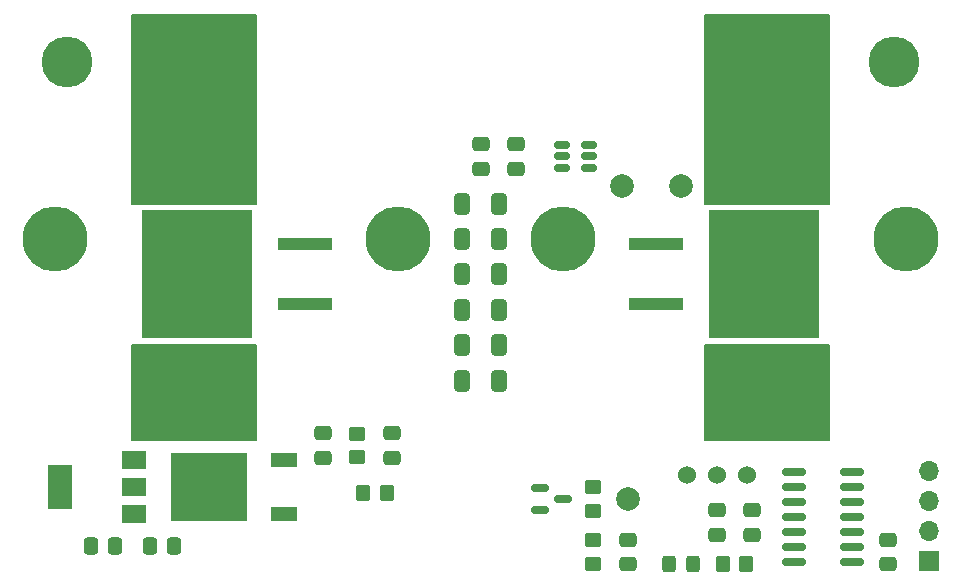
<source format=gbr>
%TF.GenerationSoftware,KiCad,Pcbnew,6.99.0-unknown-c34fb494b1~148~ubuntu20.04.1*%
%TF.CreationDate,2022-06-23T00:09:45+02:00*%
%TF.ProjectId,optimizer,6f707469-6d69-47a6-9572-2e6b69636164,rev?*%
%TF.SameCoordinates,Original*%
%TF.FileFunction,Soldermask,Top*%
%TF.FilePolarity,Negative*%
%FSLAX46Y46*%
G04 Gerber Fmt 4.6, Leading zero omitted, Abs format (unit mm)*
G04 Created by KiCad (PCBNEW 6.99.0-unknown-c34fb494b1~148~ubuntu20.04.1) date 2022-06-23 00:09:45*
%MOMM*%
%LPD*%
G01*
G04 APERTURE LIST*
G04 Aperture macros list*
%AMRoundRect*
0 Rectangle with rounded corners*
0 $1 Rounding radius*
0 $2 $3 $4 $5 $6 $7 $8 $9 X,Y pos of 4 corners*
0 Add a 4 corners polygon primitive as box body*
4,1,4,$2,$3,$4,$5,$6,$7,$8,$9,$2,$3,0*
0 Add four circle primitives for the rounded corners*
1,1,$1+$1,$2,$3*
1,1,$1+$1,$4,$5*
1,1,$1+$1,$6,$7*
1,1,$1+$1,$8,$9*
0 Add four rect primitives between the rounded corners*
20,1,$1+$1,$2,$3,$4,$5,0*
20,1,$1+$1,$4,$5,$6,$7,0*
20,1,$1+$1,$6,$7,$8,$9,0*
20,1,$1+$1,$8,$9,$2,$3,0*%
G04 Aperture macros list end*
%ADD10C,0.150000*%
%ADD11RoundRect,0.150000X-0.512500X-0.150000X0.512500X-0.150000X0.512500X0.150000X-0.512500X0.150000X0*%
%ADD12C,4.300000*%
%ADD13RoundRect,0.250000X0.412500X0.650000X-0.412500X0.650000X-0.412500X-0.650000X0.412500X-0.650000X0*%
%ADD14RoundRect,0.250000X0.475000X-0.337500X0.475000X0.337500X-0.475000X0.337500X-0.475000X-0.337500X0*%
%ADD15RoundRect,0.250000X0.450000X-0.350000X0.450000X0.350000X-0.450000X0.350000X-0.450000X-0.350000X0*%
%ADD16R,4.600000X1.100000*%
%ADD17R,9.400000X10.800000*%
%ADD18RoundRect,0.250000X0.350000X0.450000X-0.350000X0.450000X-0.350000X-0.450000X0.350000X-0.450000X0*%
%ADD19C,5.500000*%
%ADD20RoundRect,0.250000X-0.475000X0.337500X-0.475000X-0.337500X0.475000X-0.337500X0.475000X0.337500X0*%
%ADD21RoundRect,0.250000X-0.325000X-0.450000X0.325000X-0.450000X0.325000X0.450000X-0.325000X0.450000X0*%
%ADD22C,1.524000*%
%ADD23RoundRect,0.250000X-0.337500X-0.475000X0.337500X-0.475000X0.337500X0.475000X-0.337500X0.475000X0*%
%ADD24R,2.200000X1.200000*%
%ADD25R,6.400000X5.800000*%
%ADD26C,2.000000*%
%ADD27RoundRect,0.250000X0.337500X0.475000X-0.337500X0.475000X-0.337500X-0.475000X0.337500X-0.475000X0*%
%ADD28RoundRect,0.150000X-0.587500X-0.150000X0.587500X-0.150000X0.587500X0.150000X-0.587500X0.150000X0*%
%ADD29RoundRect,0.150000X0.825000X0.150000X-0.825000X0.150000X-0.825000X-0.150000X0.825000X-0.150000X0*%
%ADD30R,2.000000X1.500000*%
%ADD31R,2.000000X3.800000*%
%ADD32RoundRect,0.250000X-0.450000X0.350000X-0.450000X-0.350000X0.450000X-0.350000X0.450000X0.350000X0*%
%ADD33R,1.700000X1.700000*%
%ADD34O,1.700000X1.700000*%
G04 APERTURE END LIST*
D10*
G36*
X185500000Y-132000000D02*
G01*
X175000000Y-132000000D01*
X175000000Y-124000000D01*
X185500000Y-124000000D01*
X185500000Y-132000000D01*
G37*
X185500000Y-132000000D02*
X175000000Y-132000000D01*
X175000000Y-124000000D01*
X185500000Y-124000000D01*
X185500000Y-132000000D01*
G36*
X185500000Y-112000000D02*
G01*
X175000000Y-112000000D01*
X175000000Y-96000000D01*
X185500000Y-96000000D01*
X185500000Y-112000000D01*
G37*
X185500000Y-112000000D02*
X175000000Y-112000000D01*
X175000000Y-96000000D01*
X185500000Y-96000000D01*
X185500000Y-112000000D01*
G36*
X137000000Y-132000000D02*
G01*
X126500000Y-132000000D01*
X126500000Y-124000000D01*
X137000000Y-124000000D01*
X137000000Y-132000000D01*
G37*
X137000000Y-132000000D02*
X126500000Y-132000000D01*
X126500000Y-124000000D01*
X137000000Y-124000000D01*
X137000000Y-132000000D01*
G36*
X137000000Y-112000000D02*
G01*
X126500000Y-112000000D01*
X126500000Y-96000000D01*
X137000000Y-96000000D01*
X137000000Y-112000000D01*
G37*
X137000000Y-112000000D02*
X126500000Y-112000000D01*
X126500000Y-96000000D01*
X137000000Y-96000000D01*
X137000000Y-112000000D01*
D11*
%TO.C,U4*%
X162862500Y-107050000D03*
X162862500Y-108000000D03*
X162862500Y-108950000D03*
X165137500Y-108950000D03*
X165137500Y-108000000D03*
X165137500Y-107050000D03*
%TD*%
D12*
%TO.C,H1*%
X121000000Y-100000000D03*
%TD*%
D13*
%TO.C,C8*%
X157562500Y-112000000D03*
X154437500Y-112000000D03*
%TD*%
D12*
%TO.C,H2*%
X191000000Y-100000000D03*
%TD*%
D14*
%TO.C,C1*%
X179000000Y-140037500D03*
X179000000Y-137962500D03*
%TD*%
D13*
%TO.C,C10*%
X157562500Y-118000000D03*
X154437500Y-118000000D03*
%TD*%
D15*
%TO.C,R3*%
X145537500Y-133500000D03*
X145537500Y-131500000D03*
%TD*%
D14*
%TO.C,C3*%
X148537500Y-133537500D03*
X148537500Y-131462500D03*
%TD*%
%TO.C,C4*%
X176000000Y-140037500D03*
X176000000Y-137962500D03*
%TD*%
D16*
%TO.C,D2*%
X141149999Y-115459999D03*
D17*
X131999999Y-117999999D03*
D16*
X141149999Y-120539999D03*
%TD*%
D13*
%TO.C,C12*%
X157562500Y-124000000D03*
X154437500Y-124000000D03*
%TD*%
D18*
%TO.C,R2*%
X148037500Y-136500000D03*
X146037500Y-136500000D03*
%TD*%
D14*
%TO.C,C7*%
X190500000Y-142537500D03*
X190500000Y-140462500D03*
%TD*%
D18*
%TO.C,R1*%
X178500000Y-142500000D03*
X176500000Y-142500000D03*
%TD*%
D19*
%TO.C,J2*%
X120000000Y-115000000D03*
%TD*%
D20*
%TO.C,C16*%
X168500000Y-140462500D03*
X168500000Y-142537500D03*
%TD*%
D21*
%TO.C,D1*%
X171975000Y-142500000D03*
X174025000Y-142500000D03*
%TD*%
D22*
%TO.C,X1*%
X178540000Y-135000000D03*
X176000000Y-135000000D03*
X173460000Y-135000000D03*
%TD*%
D23*
%TO.C,C6*%
X123000000Y-141000000D03*
X125075000Y-141000000D03*
%TD*%
D24*
%TO.C,U1*%
X139337499Y-138279999D03*
D25*
X133037499Y-135999999D03*
D24*
X139337499Y-133719999D03*
%TD*%
D14*
%TO.C,C2*%
X142637500Y-133537500D03*
X142637500Y-131462500D03*
%TD*%
D19*
%TO.C,J1*%
X149000000Y-115000000D03*
%TD*%
D20*
%TO.C,C15*%
X156000000Y-106962500D03*
X156000000Y-109037500D03*
%TD*%
D26*
%TO.C,TP2*%
X173000000Y-110500000D03*
%TD*%
D13*
%TO.C,C9*%
X157562500Y-115000000D03*
X154437500Y-115000000D03*
%TD*%
D27*
%TO.C,C5*%
X130075000Y-141000000D03*
X128000000Y-141000000D03*
%TD*%
D28*
%TO.C,D3*%
X161062500Y-136050000D03*
X161062500Y-137950000D03*
X162937500Y-137000000D03*
%TD*%
D13*
%TO.C,C13*%
X157562500Y-127000000D03*
X154437500Y-127000000D03*
%TD*%
D20*
%TO.C,C14*%
X159000000Y-106962500D03*
X159000000Y-109037500D03*
%TD*%
D26*
%TO.C,TP3*%
X168500000Y-137000000D03*
%TD*%
D29*
%TO.C,U3*%
X187475000Y-142310000D03*
X187475000Y-141040000D03*
X187475000Y-139770000D03*
X187475000Y-138500000D03*
X187475000Y-137230000D03*
X187475000Y-135960000D03*
X187475000Y-134690000D03*
X182525000Y-134690000D03*
X182525000Y-135960000D03*
X182525000Y-137230000D03*
X182525000Y-138500000D03*
X182525000Y-139770000D03*
X182525000Y-141040000D03*
X182525000Y-142310000D03*
%TD*%
D16*
%TO.C,Q1*%
X170849999Y-115459999D03*
D17*
X179999999Y-117999999D03*
D16*
X170849999Y-120539999D03*
%TD*%
D13*
%TO.C,C11*%
X157562500Y-121000000D03*
X154437500Y-121000000D03*
%TD*%
D30*
%TO.C,U2*%
X126687499Y-138299999D03*
X126687499Y-135999999D03*
D31*
X120387499Y-135999999D03*
D30*
X126687499Y-133699999D03*
%TD*%
D32*
%TO.C,R5*%
X165500000Y-140500000D03*
X165500000Y-142500000D03*
%TD*%
D19*
%TO.C,J4*%
X192000000Y-115000000D03*
%TD*%
D32*
%TO.C,R4*%
X165500000Y-136000000D03*
X165500000Y-138000000D03*
%TD*%
D33*
%TO.C,J5*%
X193999999Y-142299999D03*
D34*
X193999999Y-139759999D03*
X193999999Y-137219999D03*
X193999999Y-134679999D03*
%TD*%
D26*
%TO.C,TP1*%
X168000000Y-110500000D03*
%TD*%
D19*
%TO.C,J3*%
X163000000Y-115000000D03*
%TD*%
M02*

</source>
